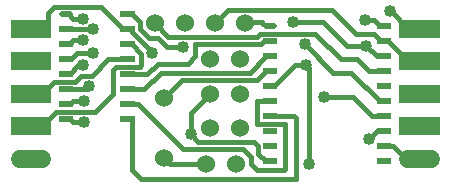
<source format=gbr>
G04 Title: (unknown), layergroup #2 *
G04 Creator: pcb-bin 1.99p *
G04 CreationDate: Tue Aug 24 15:19:08 2004 UTC *
G04 For: marek *
G04 Format: Gerber/RS-274X *
G04 PCB-Dimensions: 145000 59000 *
G04 PCB-Coordinate-Origin: lower left *
%MOIN*%
%FSLAX24Y24*%
G04 contains layers component (3) GND-comp (4) Vcc-comp (5) *
%IPPOS*%
%ADD11C,0.0150*%
%ADD12C,0.0600*%
%ADD13C,0.0800*%
%ADD14R,0.0600X0.0600*%
%ADD15R,0.0800X0.0800*%
%ADD16C,0.0080*%
%ADD17C,0.0660*%
%ADD18C,0.0100*%
%ADD19C,0.0200*%
%ADD20C,0.0500*%
%ADD21C,0.0260*%
%ADD22R,0.0200X0.0200*%
%ADD23R,0.0500X0.0500*%
%ADD24R,0.0260X0.0260*%
%ADD25R,0.0360X0.0360*%
%ADD26R,0.0560X0.0560*%
%ADD27R,0.0420X0.0420*%
%ADD28R,0.0480X0.0480*%
%ADD29R,0.0680X0.0680*%
%ADD30R,0.0540X0.0540*%
%ADD31C,0.0400*%
%LNGROUP_1*%
%LPD*%
G01X0Y0D02*
G54D11*X10050Y3800D02*Y600D01*
X9950Y3900D02*X10050Y3800D01*
X9590Y3900D02*X9950D01*
X8890Y3200D02*X9590Y3900D01*
X12200Y5400D02*X12400Y5200D01*
X11900Y5400D02*X12200D01*
X10800Y5750D02*X11600Y4950D01*
X12050Y3700D02*X11650Y4100D01*
X12400Y3700D02*X12050D01*
X7850Y1100D02*X8100Y850D01*
X12680Y4700D02*X13230Y4150D01*
X13250D01*
X11100Y4100D02*X11650D01*
X10250Y4950D02*X11100Y4100D01*
X8200Y1350D02*X8350Y1200D01*
X13350Y5110D02*X12760Y5700D01*
X12750D01*
X6900Y5300D02*X7350Y5750D01*
X8350Y1200D02*Y950D01*
X12400Y2700D02*X11450Y3650D01*
X12680Y1200D02*X12850D01*
X6350Y1350D02*X8200D01*
X11300Y4550D02*X10500Y5350D01*
X12050Y1450D03*
X12300Y1700D02*X12050Y1450D01*
X12850Y1200D02*X13250Y800D01*
X11500Y2850D02*X10550D01*
X12150Y2200D02*X11500Y2850D01*
X5850Y1100D02*X4350Y2600D01*
X4150D01*
X12200Y4950D02*X12450Y4700D01*
X6250Y4600D02*X8450D01*
X8300Y400D02*X9200D01*
X8100Y600D02*X8300Y400D01*
X8350Y950D02*X8600Y700D01*
X9900Y4600D02*X10850Y3650D01*
X6000Y3950D02*X6250Y4200D01*
X8400Y4950D02*X10050D01*
X3100Y5850D02*X1550D01*
X5000Y3950D02*X6000D01*
X3800Y4100D02*X3350D01*
X2800Y3550D01*
X2450D01*
X11950Y4550D02*X11300D01*
X10500Y5350D02*X9500D01*
X6100Y1600D02*X6350Y1350D01*
X5200Y800D02*X5400Y600D01*
X9200Y400D02*X9250Y450D01*
Y1950D01*
X5400Y600D02*X6600D01*
X4150Y2080D02*Y400D01*
X4130Y2100D02*X4150Y2080D01*
X6100Y1600D02*Y2300D01*
X4150Y400D02*X4450Y100D01*
X6100Y2300D02*X6750Y2950D01*
X4800Y4350D02*Y4300D01*
X4130Y5020D02*X4800Y4350D01*
Y4300D02*X4700Y4400D01*
X4400Y5100D02*X4700Y4800D01*
X5000D01*
X4130Y5100D02*Y5020D01*
X5000Y4800D02*X5300Y4500D01*
X5850D02*X5300D01*
X1350Y5650D02*Y5300D01*
X3500Y2950D02*Y3750D01*
X4650Y3600D02*X5000Y3950D01*
X4130Y3600D02*X4650D01*
X8450Y4600D02*X8550Y4700D01*
X2900Y2350D02*X3500Y2950D01*
X4400Y5330D02*Y5100D01*
X4130Y5600D02*X4400Y5330D01*
X4550Y3100D02*X4150D01*
X5100Y3650D02*X4550Y3100D01*
X8060Y3650D02*X5100D01*
X8610Y4200D02*X8060Y3650D01*
X5800Y3400D02*X8300D01*
X5200Y2800D02*X5800Y3400D01*
X8610Y3700D02*X8305Y3395D01*
X2040Y5600D02*X2190Y5450D01*
X2500D01*
X2850Y4300D02*X2300D01*
X2340Y3900D02*X2550D01*
X2090Y3600D02*X2340Y3900D01*
X12400Y4200D02*X12300D01*
X2250Y3350D02*X2450Y3550D01*
X10850Y3650D02*X11450D01*
X2090Y2600D02*X2190Y2700D01*
X1550Y5850D02*X1350Y5650D01*
X2090Y2100D02*X2190Y2000D01*
X2850Y5100D02*X2100D01*
X2600Y3100D02*X2700Y3200D01*
X2090Y3100D02*X2600D01*
X3850Y5100D02*X3100Y5850D01*
X8600Y5200D02*X8650D01*
X8450Y5350D02*X8600Y5200D01*
X8890Y2200D02*X9550D01*
X8300Y2700D02*X8600D01*
X9250Y1950D02*X8300D01*
X2900Y2350D02*X1600D01*
X8300Y1950D02*Y2700D01*
X11600Y4950D02*X12200D01*
X9600Y2150D02*Y100D01*
X8300Y4850D02*X8400Y4950D01*
X5350Y4850D02*X8300D01*
X4900Y5300D02*X5350Y4850D01*
X7350Y5750D02*X10800D01*
X9550Y2200D02*X9600Y2150D01*
X4450Y100D02*X4400Y150D01*
X8460Y5350D02*X8100D01*
X9600Y100D02*X4450D01*
X12150Y2200D02*X12350D01*
X8100Y600D02*Y850D01*
X3600Y3850D02*X3500Y3750D01*
X2190Y2700D02*X2550D01*
X12300Y4200D02*X11950Y4550D01*
X10000Y4950D02*X10250D01*
X2190Y2000D02*X2550D01*
X5850Y1100D02*X7850D01*
X2300Y4300D02*X2100Y4100D01*
X4395Y3845D02*X3600D01*
X4450Y3900D02*X4395Y3845D01*
X4450Y4280D02*Y3900D01*
X4130Y4600D02*X4450Y4280D01*
X1550Y3350D02*X2250D01*
X2090Y4600D02*X2190Y4750D01*
X2550D01*
X1150Y2950D02*X1550Y3350D01*
X6250Y4200D02*Y4600D01*
X1600Y2350D02*X1300Y2050D01*
G54D12*X5200Y800D03*
Y2800D03*
X6750Y4100D03*
X7750D03*
X6750Y1800D03*
X7750D03*
Y2950D03*
X6750D03*
X7600Y600D03*
X6600D03*
X7900Y5300D03*
X6900D03*
X5900D03*
X4900D03*
G54D31*X2550Y2000D03*
X2500Y4750D03*
X6100Y1600D03*
X4800Y4300D03*
X2850Y5100D03*
X2550Y2700D03*
X9500Y5350D03*
X2500Y3900D03*
X2850Y4300D03*
X2500Y5450D03*
X5850Y4500D03*
X10050Y600D03*
X9900Y4600D03*
X9950Y3900D03*
X10550Y2850D03*
X2700Y3200D03*
X12050Y1450D03*
X11950Y4550D03*
X11900Y5400D03*
X12750Y5700D03*
G54D12*X13350Y790D02*X14100D01*
G54D14*X13350Y2950D02*X14100D01*
X13350Y5110D02*X14100D01*
X13350Y1870D02*X14100D01*
X13350Y4030D02*X14100D01*
G54D12*X400Y790D02*X1150D01*
G54D14*X400Y2950D02*X1150D01*
X400Y5110D02*X1150D01*
X400Y1870D02*X1150D01*
X400Y4030D02*X1150D01*
G54D19*X8610Y5200D02*X8890D01*
G54D22*X8610Y4700D02*X8890D01*
X8610Y4200D02*X8890D01*
X8610Y3700D02*X8890D01*
X8610Y3200D02*X8890D01*
X8610Y2700D02*X8890D01*
X8610Y2200D02*X8890D01*
X8610Y1700D02*X8890D01*
X8610Y1200D02*X8890D01*
X8610Y700D02*X8890D01*
X12400D02*X12680D01*
X12400Y1200D02*X12680D01*
X12400Y1700D02*X12680D01*
X12400Y2200D02*X12680D01*
X12400Y2700D02*X12680D01*
X12400Y3200D02*X12680D01*
X12400Y3700D02*X12680D01*
X12400Y4200D02*X12680D01*
X12400Y4700D02*X12680D01*
X12400Y5200D02*X12680D01*
G54D19*X1810Y5600D02*X2090D01*
G54D22*X1810Y5100D02*X2090D01*
X1810Y4600D02*X2090D01*
X1810Y4100D02*X2090D01*
X1810Y3600D02*X2090D01*
X1810Y3100D02*X2090D01*
X1810Y2600D02*X2090D01*
X1810Y2100D02*X2090D01*
X3850D02*X4130D01*
X3850Y2600D02*X4130D01*
X3850Y3100D02*X4130D01*
X3850Y3600D02*X4130D01*
X3850Y4100D02*X4130D01*
X3850Y4600D02*X4130D01*
X3850Y5100D02*X4130D01*
X3850Y5600D02*X4130D01*
M02*

</source>
